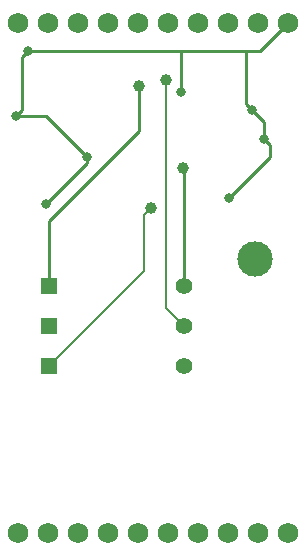
<source format=gbr>
%TF.GenerationSoftware,KiCad,Pcbnew,8.0.8*%
%TF.CreationDate,2025-02-03T23:35:19-05:00*%
%TF.ProjectId,Precharge Module,50726563-6861-4726-9765-204d6f64756c,rev?*%
%TF.SameCoordinates,Original*%
%TF.FileFunction,Copper,L2,Bot*%
%TF.FilePolarity,Positive*%
%FSLAX46Y46*%
G04 Gerber Fmt 4.6, Leading zero omitted, Abs format (unit mm)*
G04 Created by KiCad (PCBNEW 8.0.8) date 2025-02-03 23:35:19*
%MOMM*%
%LPD*%
G01*
G04 APERTURE LIST*
%TA.AperFunction,ComponentPad*%
%ADD10R,1.397000X1.397000*%
%TD*%
%TA.AperFunction,ComponentPad*%
%ADD11C,1.397000*%
%TD*%
%TA.AperFunction,ComponentPad*%
%ADD12C,3.000000*%
%TD*%
%TA.AperFunction,ComponentPad*%
%ADD13C,1.750000*%
%TD*%
%TA.AperFunction,ViaPad*%
%ADD14C,0.800000*%
%TD*%
%TA.AperFunction,ViaPad*%
%ADD15C,1.000000*%
%TD*%
%TA.AperFunction,Conductor*%
%ADD16C,0.250000*%
%TD*%
%TA.AperFunction,Conductor*%
%ADD17C,0.200000*%
%TD*%
G04 APERTURE END LIST*
D10*
%TO.P,R6,1*%
%TO.N,Net-(U1-VCC)*%
X53470000Y-47600000D03*
D11*
%TO.P,R6,2*%
%TO.N,Net-(Q1-E)*%
X64900000Y-47600000D03*
%TD*%
D12*
%TO.P,PC COIL -,1,1*%
%TO.N,Net-(J1-Pad9)*%
X70863000Y-45308400D03*
%TD*%
D10*
%TO.P,R8,1*%
%TO.N,Net-(Q1-C)*%
X53470000Y-51000000D03*
D11*
%TO.P,R8,2*%
%TO.N,Net-(Q2-G)*%
X64900000Y-51000000D03*
%TD*%
D10*
%TO.P,R7,1*%
%TO.N,Net-(D2-A)*%
X53470000Y-54400000D03*
D11*
%TO.P,R7,2*%
%TO.N,Net-(Q2-G)*%
X64900000Y-54400000D03*
%TD*%
D13*
%TO.P,J1,1,1*%
%TO.N,N/C*%
X50800000Y-68580000D03*
%TO.P,J1,2,2*%
X53340000Y-68580000D03*
%TO.P,J1,3,3*%
X55880000Y-68580000D03*
%TO.P,J1,4,4*%
X58420000Y-68580000D03*
%TO.P,J1,5,5*%
X60960000Y-68580000D03*
%TO.P,J1,6,6*%
X63500000Y-68580000D03*
%TO.P,J1,7,7*%
X66040000Y-68580000D03*
%TO.P,J1,8,8*%
X68580000Y-68580000D03*
%TO.P,J1,9,9*%
X71120000Y-68580000D03*
%TO.P,J1,10,10*%
X73660000Y-68580000D03*
%TD*%
%TO.P,J1,1,1*%
%TO.N,Net-(U1-VCC)*%
X50800000Y-25400000D03*
%TO.P,J1,2,2*%
%TO.N,Net-(Q2-D)*%
X53340000Y-25400000D03*
%TO.P,J1,3,3*%
%TO.N,unconnected-(J1-Pad3)*%
X55880000Y-25400000D03*
%TO.P,J1,4,4*%
%TO.N,Net-(D3-A)*%
X58420000Y-25400000D03*
%TO.P,J1,5,5*%
%TO.N,unconnected-(J1-Pad5)*%
X60960000Y-25400000D03*
%TO.P,J1,6,6*%
%TO.N,unconnected-(J1-Pad6)*%
X63500000Y-25400000D03*
%TO.P,J1,7,7*%
%TO.N,unconnected-(J1-Pad7)*%
X66040000Y-25400000D03*
%TO.P,J1,8,8*%
%TO.N,unconnected-(J1-Pad8)*%
X68580000Y-25400000D03*
%TO.P,J1,9,9*%
%TO.N,Net-(J1-Pad9)*%
X71120000Y-25400000D03*
%TO.P,J1,10,10*%
%TO.N,Net-(Q1-C)*%
X73660000Y-25400000D03*
%TD*%
D14*
%TO.N,Net-(Q1-C)*%
X71663000Y-35208400D03*
X53163000Y-40708400D03*
X50663000Y-33208400D03*
X64663000Y-31208400D03*
X51663000Y-27708400D03*
X56663000Y-36708400D03*
X70663000Y-32708400D03*
X68663000Y-40208400D03*
D15*
%TO.N,Net-(D2-A)*%
X62102300Y-40997700D03*
%TO.N,Net-(U1-VCC)*%
X61059102Y-30740898D03*
%TO.N,Net-(Q1-E)*%
X64800000Y-37613400D03*
%TO.N,Net-(Q2-G)*%
X63400000Y-30200000D03*
%TD*%
D16*
%TO.N,Net-(Q1-C)*%
X53163000Y-40708400D02*
X56663000Y-37208400D01*
X51163000Y-32708400D02*
X51163000Y-28208400D01*
X51163000Y-28208400D02*
X51663000Y-27708400D01*
X50663000Y-33208400D02*
X53163000Y-33208400D01*
X51663000Y-27708400D02*
X64663000Y-27708400D01*
X50663000Y-33208400D02*
X51163000Y-32708400D01*
X64663000Y-27708400D02*
X70163000Y-27708400D01*
X72163000Y-35708400D02*
X72163000Y-36708400D01*
X70163000Y-27708400D02*
X70163000Y-32208400D01*
X72163000Y-36708400D02*
X68663000Y-40208400D01*
X56663000Y-37208400D02*
X56663000Y-36708400D01*
X70163000Y-32208400D02*
X70663000Y-32708400D01*
X70163000Y-27708400D02*
X71351600Y-27708400D01*
X53163000Y-33208400D02*
X56663000Y-36708400D01*
X71663000Y-33708400D02*
X71663000Y-35208400D01*
X70663000Y-32708400D02*
X71663000Y-33708400D01*
X71351600Y-27708400D02*
X73660000Y-25400000D01*
X71663000Y-35208400D02*
X72163000Y-35708400D01*
X64663000Y-31208400D02*
X64663000Y-27708400D01*
D17*
%TO.N,Net-(D2-A)*%
X53470000Y-54400000D02*
X61500000Y-46370000D01*
X61500000Y-41600000D02*
X62102300Y-40997700D01*
X61500000Y-46370000D02*
X61500000Y-41600000D01*
D16*
%TO.N,Net-(U1-VCC)*%
X61059102Y-34540898D02*
X53500000Y-42100000D01*
X53500000Y-42100000D02*
X53500000Y-42300000D01*
X61059102Y-30740898D02*
X61059102Y-34540898D01*
X53470000Y-42330000D02*
X53470000Y-47600000D01*
X53500000Y-42300000D02*
X53470000Y-42330000D01*
%TO.N,Net-(Q1-E)*%
X64800000Y-37613400D02*
X64900000Y-37713400D01*
X64900000Y-37713400D02*
X64900000Y-47600000D01*
D17*
%TO.N,Net-(Q2-G)*%
X63400000Y-30200000D02*
X63400000Y-49500000D01*
X63400000Y-49500000D02*
X64900000Y-51000000D01*
%TD*%
M02*

</source>
